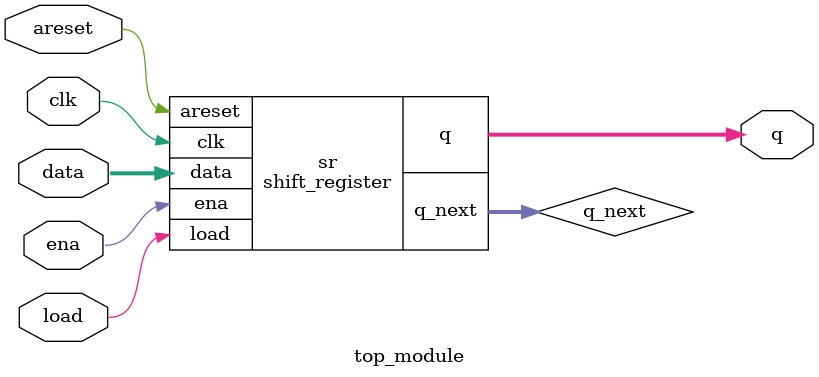
<source format=v>

module shift_register(
    input clk,
    input areset, // async active-high reset to zero
    input load,
    input ena,
    input [3:0] data,
    output reg [3:0] q,
    output [3:0] q_next);

    reg [3:0] reg1, reg2, reg3, reg4;

    always @(posedge clk or negedge areset) begin
        if (areset == 0) begin
            reg1 <= 4'b0;
            reg2 <= 4'b0;
            reg3 <= 4'b0;
            reg4 <= 4'b0;
        end else begin
            if (ena == 1) begin
                if (load == 1) begin
                    reg1 <= data;
                    reg2 <= 4'b0;
                    reg3 <= 4'b0;
                    reg4 <= 4'b0;
                end else begin
                    reg1 <= reg2;
                    reg2 <= reg3;
                    reg3 <= reg4;
                    reg4 <= 4'b0;
                end
            end
        end
    end

    assign q_next = {reg4, reg3, reg2, reg1};

    always @(posedge clk or negedge areset) begin
        if (areset == 0) begin
            q <= 4'b0;
        end else begin
            if (ena == 1) begin
                if (load == 1) begin
                    q <= data;
                end else begin
                    q <= q_next;
                end
            end
        end
    end

endmodule
module top_module(
    input clk,
    input areset, // async active-high reset to zero
    input load,
    input ena,
    input [3:0] data,
    output [3:0] q);

    wire [3:0] q_next;

    shift_register sr(clk, areset, load, ena, data, q, q_next);

endmodule
</source>
